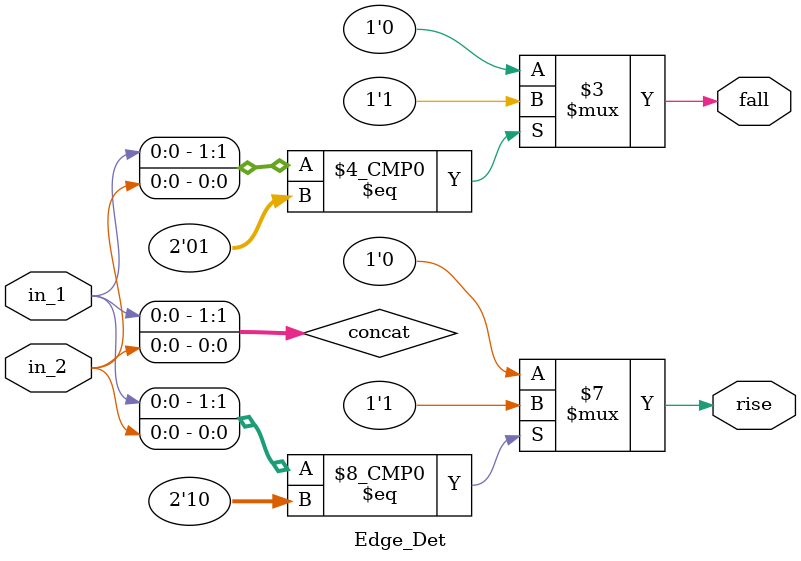
<source format=v>
`timescale 1ns / 1ps


module Edge_Det(rise,fall,in_1,in_2);


    /*--------- Declare I/O --------------------------*/
    output reg rise;	// Output signal that goes high when a rising edge is detected
    output reg fall;	// Output signal that goes high when a falling edge is detected
    input in_1;			// First input signal
    input in_2;			// Second input signal

    /*--------- Declare internal registers --------------------------*/
    reg [1:0] concat; // Concatenated input signals for edge detection
    
    /*--------- Edge Detection Logic --------------------------*/
    always @ (in_1 or in_2)
    begin
        concat = {in_1, in_2}; // Concatenate the input signals
        
        // Detect rising and falling edges based on the concatenated input signals
        case(concat)
            2'b10 :
            begin
                rise = 1'b1; // Rising edge detected
                fall = 1'b0; // No falling edge
            end
            2'b01 :
            begin
                rise = 1'b0; // No rising edge
                fall = 1'b1; // Falling edge detected
            end
            default :
            begin
                rise = 1'b0; // No rising edge
                fall = 1'b0; // No falling edge
            end
        endcase
    end

endmodule

</source>
